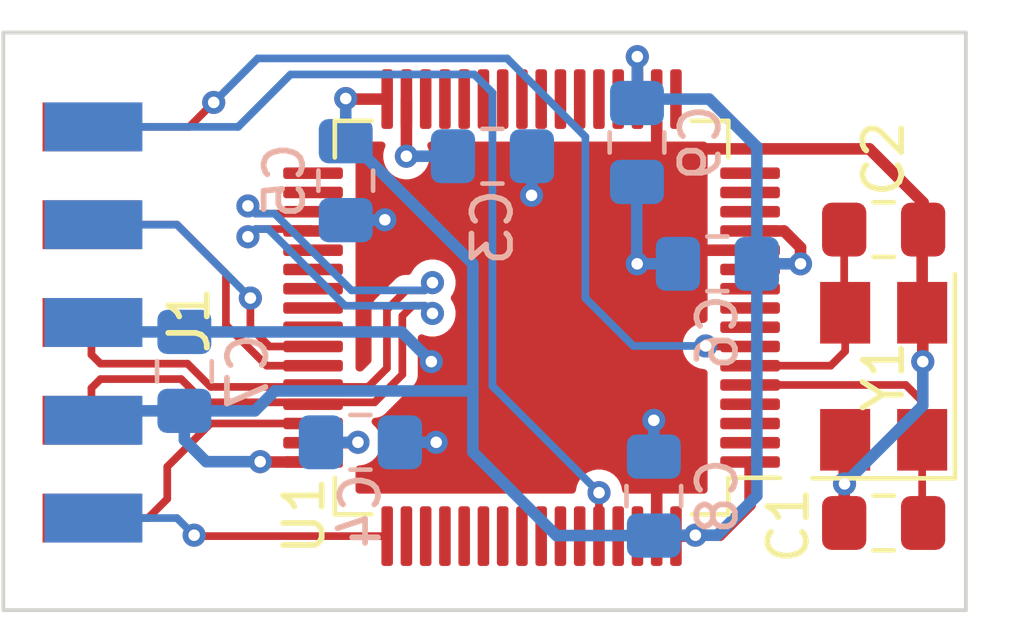
<source format=kicad_pcb>
(kicad_pcb (version 20171130) (host pcbnew 5.1.5)

  (general
    (thickness 1.6)
    (drawings 4)
    (tracks 199)
    (zones 0)
    (modules 12)
    (nets 56)
  )

  (page A4)
  (layers
    (0 F.Cu signal)
    (31 B.Cu signal)
    (32 B.Adhes user)
    (33 F.Adhes user)
    (34 B.Paste user)
    (35 F.Paste user)
    (36 B.SilkS user)
    (37 F.SilkS user)
    (38 B.Mask user)
    (39 F.Mask user)
    (40 Dwgs.User user)
    (41 Cmts.User user)
    (42 Eco1.User user)
    (43 Eco2.User user)
    (44 Edge.Cuts user)
    (45 Margin user)
    (46 B.CrtYd user)
    (47 F.CrtYd user)
    (48 B.Fab user)
    (49 F.Fab user)
  )

  (setup
    (last_trace_width 0.2)
    (trace_clearance 0.2)
    (zone_clearance 0.3)
    (zone_45_only no)
    (trace_min 0.2)
    (via_size 0.6)
    (via_drill 0.3)
    (via_min_size 0.4)
    (via_min_drill 0.3)
    (uvia_size 0.3)
    (uvia_drill 0.1)
    (uvias_allowed no)
    (uvia_min_size 0.2)
    (uvia_min_drill 0.1)
    (edge_width 0.1)
    (segment_width 0.2)
    (pcb_text_width 0.3)
    (pcb_text_size 1.5 1.5)
    (mod_edge_width 0.15)
    (mod_text_size 1 1)
    (mod_text_width 0.15)
    (pad_size 1.524 1.524)
    (pad_drill 0.762)
    (pad_to_mask_clearance 0.05)
    (solder_mask_min_width 0.15)
    (aux_axis_origin 32 42)
    (visible_elements FFFDFF7F)
    (pcbplotparams
      (layerselection 0x010fc_ffffffff)
      (usegerberextensions false)
      (usegerberattributes false)
      (usegerberadvancedattributes false)
      (creategerberjobfile false)
      (excludeedgelayer true)
      (linewidth 0.100000)
      (plotframeref false)
      (viasonmask false)
      (mode 1)
      (useauxorigin true)
      (hpglpennumber 1)
      (hpglpenspeed 20)
      (hpglpendiameter 15.000000)
      (psnegative false)
      (psa4output false)
      (plotreference true)
      (plotvalue true)
      (plotinvisibletext false)
      (padsonsilk false)
      (subtractmaskfromsilk false)
      (outputformat 1)
      (mirror false)
      (drillshape 0)
      (scaleselection 1)
      (outputdirectory "out64"))
  )

  (net 0 "")
  (net 1 "Net-(C1-Pad2)")
  (net 2 GND)
  (net 3 "Net-(C2-Pad2)")
  (net 4 +3V3)
  (net 5 /NRST)
  (net 6 /BOOT0)
  (net 7 /RX)
  (net 8 /TX)
  (net 9 /USB_D-)
  (net 10 /USB_D+)
  (net 11 /SWDIO)
  (net 12 /SWCLK)
  (net 13 "Net-(U1-Pad62)")
  (net 14 "Net-(U1-Pad61)")
  (net 15 "Net-(U1-Pad59)")
  (net 16 "Net-(U1-Pad58)")
  (net 17 "Net-(U1-Pad57)")
  (net 18 "Net-(U1-Pad56)")
  (net 19 "Net-(U1-Pad55)")
  (net 20 "Net-(U1-Pad54)")
  (net 21 "Net-(U1-Pad53)")
  (net 22 "Net-(U1-Pad52)")
  (net 23 "Net-(U1-Pad51)")
  (net 24 "Net-(U1-Pad50)")
  (net 25 "Net-(U1-Pad41)")
  (net 26 "Net-(U1-Pad40)")
  (net 27 "Net-(U1-Pad39)")
  (net 28 "Net-(U1-Pad38)")
  (net 29 "Net-(U1-Pad37)")
  (net 30 "Net-(U1-Pad34)")
  (net 31 "Net-(U1-Pad33)")
  (net 32 "Net-(U1-Pad30)")
  (net 33 "Net-(U1-Pad29)")
  (net 34 "Net-(U1-Pad28)")
  (net 35 "Net-(U1-Pad27)")
  (net 36 "Net-(U1-Pad26)")
  (net 37 "Net-(U1-Pad25)")
  (net 38 "Net-(U1-Pad24)")
  (net 39 "Net-(U1-Pad23)")
  (net 40 "Net-(U1-Pad22)")
  (net 41 "Net-(U1-Pad21)")
  (net 42 "Net-(U1-Pad20)")
  (net 43 "Net-(U1-Pad17)")
  (net 44 "Net-(U1-Pad16)")
  (net 45 "Net-(U1-Pad15)")
  (net 46 "Net-(U1-Pad14)")
  (net 47 "Net-(U1-Pad11)")
  (net 48 "Net-(U1-Pad10)")
  (net 49 "Net-(U1-Pad9)")
  (net 50 "Net-(U1-Pad8)")
  (net 51 "Net-(U1-Pad4)")
  (net 52 "Net-(U1-Pad3)")
  (net 53 "Net-(U1-Pad2)")
  (net 54 /VCAP_1)
  (net 55 /VCAP_2)

  (net_class Default "This is the default net class."
    (clearance 0.2)
    (trace_width 0.2)
    (via_dia 0.6)
    (via_drill 0.3)
    (uvia_dia 0.3)
    (uvia_drill 0.1)
    (diff_pair_width 0.2)
    (diff_pair_gap 0.2)
    (add_net /BOOT0)
    (add_net /NRST)
    (add_net /RX)
    (add_net /SWCLK)
    (add_net /SWDIO)
    (add_net /TX)
    (add_net /USB_D+)
    (add_net /USB_D-)
    (add_net "Net-(C1-Pad2)")
    (add_net "Net-(C2-Pad2)")
    (add_net "Net-(U1-Pad10)")
    (add_net "Net-(U1-Pad11)")
    (add_net "Net-(U1-Pad14)")
    (add_net "Net-(U1-Pad15)")
    (add_net "Net-(U1-Pad16)")
    (add_net "Net-(U1-Pad17)")
    (add_net "Net-(U1-Pad2)")
    (add_net "Net-(U1-Pad20)")
    (add_net "Net-(U1-Pad21)")
    (add_net "Net-(U1-Pad22)")
    (add_net "Net-(U1-Pad23)")
    (add_net "Net-(U1-Pad24)")
    (add_net "Net-(U1-Pad25)")
    (add_net "Net-(U1-Pad26)")
    (add_net "Net-(U1-Pad27)")
    (add_net "Net-(U1-Pad28)")
    (add_net "Net-(U1-Pad29)")
    (add_net "Net-(U1-Pad3)")
    (add_net "Net-(U1-Pad30)")
    (add_net "Net-(U1-Pad33)")
    (add_net "Net-(U1-Pad34)")
    (add_net "Net-(U1-Pad37)")
    (add_net "Net-(U1-Pad38)")
    (add_net "Net-(U1-Pad39)")
    (add_net "Net-(U1-Pad4)")
    (add_net "Net-(U1-Pad40)")
    (add_net "Net-(U1-Pad41)")
    (add_net "Net-(U1-Pad50)")
    (add_net "Net-(U1-Pad51)")
    (add_net "Net-(U1-Pad52)")
    (add_net "Net-(U1-Pad53)")
    (add_net "Net-(U1-Pad54)")
    (add_net "Net-(U1-Pad55)")
    (add_net "Net-(U1-Pad56)")
    (add_net "Net-(U1-Pad57)")
    (add_net "Net-(U1-Pad58)")
    (add_net "Net-(U1-Pad59)")
    (add_net "Net-(U1-Pad61)")
    (add_net "Net-(U1-Pad62)")
    (add_net "Net-(U1-Pad8)")
    (add_net "Net-(U1-Pad9)")
  )

  (net_class Power ""
    (clearance 0.2)
    (trace_width 0.3)
    (via_dia 0.6)
    (via_drill 0.3)
    (uvia_dia 0.3)
    (uvia_drill 0.1)
    (diff_pair_width 0.2)
    (diff_pair_gap 0.2)
    (add_net +3V3)
    (add_net /VCAP_1)
    (add_net /VCAP_2)
    (add_net GND)
  )

  (module Crystal:Crystal_SMD_5032-4Pin_5.0x3.2mm (layer F.Cu) (tedit 5A0FD1B2) (tstamp 5E4E4E67)
    (at 54.864 50.927 90)
    (descr "SMD Crystal SERIES SMD2520/4 http://www.icbase.com/File/PDF/HKC/HKC00061008.pdf, 5.0x3.2mm^2 package")
    (tags "SMD SMT crystal")
    (path /5E45E0AA)
    (attr smd)
    (fp_text reference Y1 (at 0 0 270) (layer F.SilkS)
      (effects (font (size 1 1) (thickness 0.15)))
    )
    (fp_text value 8MHz (at 0 2.8 90) (layer F.Fab)
      (effects (font (size 1 1) (thickness 0.15)))
    )
    (fp_line (start 2.8 -1.9) (end -2.8 -1.9) (layer F.CrtYd) (width 0.05))
    (fp_line (start 2.8 1.9) (end 2.8 -1.9) (layer F.CrtYd) (width 0.05))
    (fp_line (start -2.8 1.9) (end 2.8 1.9) (layer F.CrtYd) (width 0.05))
    (fp_line (start -2.8 -1.9) (end -2.8 1.9) (layer F.CrtYd) (width 0.05))
    (fp_line (start -2.65 1.85) (end 2.65 1.85) (layer F.SilkS) (width 0.12))
    (fp_line (start -2.65 -1.85) (end -2.65 1.85) (layer F.SilkS) (width 0.12))
    (fp_line (start -2.5 0.6) (end -1.5 1.6) (layer F.Fab) (width 0.1))
    (fp_line (start -2.5 -1.4) (end -2.3 -1.6) (layer F.Fab) (width 0.1))
    (fp_line (start -2.5 1.4) (end -2.5 -1.4) (layer F.Fab) (width 0.1))
    (fp_line (start -2.3 1.6) (end -2.5 1.4) (layer F.Fab) (width 0.1))
    (fp_line (start 2.3 1.6) (end -2.3 1.6) (layer F.Fab) (width 0.1))
    (fp_line (start 2.5 1.4) (end 2.3 1.6) (layer F.Fab) (width 0.1))
    (fp_line (start 2.5 -1.4) (end 2.5 1.4) (layer F.Fab) (width 0.1))
    (fp_line (start 2.3 -1.6) (end 2.5 -1.4) (layer F.Fab) (width 0.1))
    (fp_line (start -2.3 -1.6) (end 2.3 -1.6) (layer F.Fab) (width 0.1))
    (fp_text user %R (at 0 0 90) (layer F.Fab)
      (effects (font (size 1 1) (thickness 0.15)))
    )
    (pad 4 smd rect (at -1.65 -1 90) (size 1.6 1.3) (layers F.Cu F.Paste F.Mask)
      (net 2 GND))
    (pad 3 smd rect (at 1.65 -1 90) (size 1.6 1.3) (layers F.Cu F.Paste F.Mask)
      (net 3 "Net-(C2-Pad2)"))
    (pad 2 smd rect (at 1.65 1 90) (size 1.6 1.3) (layers F.Cu F.Paste F.Mask)
      (net 2 GND))
    (pad 1 smd rect (at -1.65 1 90) (size 1.6 1.3) (layers F.Cu F.Paste F.Mask)
      (net 1 "Net-(C1-Pad2)"))
    (model ${KISYS3DMOD}/Crystal.3dshapes/Crystal_SMD_5032-4Pin_5.0x3.2mm.wrl
      (at (xyz 0 0 0))
      (scale (xyz 1 1 1))
      (rotate (xyz 0 0 0))
    )
  )

  (module Package_QFP:LQFP-64_10x10mm_P0.5mm locked (layer F.Cu) (tedit 5D9F72AF) (tstamp 5E4E1554)
    (at 45.72 49.403 180)
    (descr "LQFP, 64 Pin (https://www.analog.com/media/en/technical-documentation/data-sheets/ad7606_7606-6_7606-4.pdf), generated with kicad-footprint-generator ipc_gullwing_generator.py")
    (tags "LQFP QFP")
    (path /5E4DB83C)
    (attr smd)
    (fp_text reference U1 (at 5.9055 -5.1435 90) (layer F.SilkS)
      (effects (font (size 1 1) (thickness 0.15)))
    )
    (fp_text value STM32F405RGTx (at 0 7.4) (layer F.Fab)
      (effects (font (size 1 1) (thickness 0.15)))
    )
    (fp_text user %R (at 0 0) (layer F.Fab)
      (effects (font (size 1 1) (thickness 0.15)))
    )
    (fp_line (start 6.7 4.15) (end 6.7 0) (layer F.CrtYd) (width 0.05))
    (fp_line (start 5.25 4.15) (end 6.7 4.15) (layer F.CrtYd) (width 0.05))
    (fp_line (start 5.25 5.25) (end 5.25 4.15) (layer F.CrtYd) (width 0.05))
    (fp_line (start 4.15 5.25) (end 5.25 5.25) (layer F.CrtYd) (width 0.05))
    (fp_line (start 4.15 6.7) (end 4.15 5.25) (layer F.CrtYd) (width 0.05))
    (fp_line (start 0 6.7) (end 4.15 6.7) (layer F.CrtYd) (width 0.05))
    (fp_line (start -6.7 4.15) (end -6.7 0) (layer F.CrtYd) (width 0.05))
    (fp_line (start -5.25 4.15) (end -6.7 4.15) (layer F.CrtYd) (width 0.05))
    (fp_line (start -5.25 5.25) (end -5.25 4.15) (layer F.CrtYd) (width 0.05))
    (fp_line (start -4.15 5.25) (end -5.25 5.25) (layer F.CrtYd) (width 0.05))
    (fp_line (start -4.15 6.7) (end -4.15 5.25) (layer F.CrtYd) (width 0.05))
    (fp_line (start 0 6.7) (end -4.15 6.7) (layer F.CrtYd) (width 0.05))
    (fp_line (start 6.7 -4.15) (end 6.7 0) (layer F.CrtYd) (width 0.05))
    (fp_line (start 5.25 -4.15) (end 6.7 -4.15) (layer F.CrtYd) (width 0.05))
    (fp_line (start 5.25 -5.25) (end 5.25 -4.15) (layer F.CrtYd) (width 0.05))
    (fp_line (start 4.15 -5.25) (end 5.25 -5.25) (layer F.CrtYd) (width 0.05))
    (fp_line (start 4.15 -6.7) (end 4.15 -5.25) (layer F.CrtYd) (width 0.05))
    (fp_line (start 0 -6.7) (end 4.15 -6.7) (layer F.CrtYd) (width 0.05))
    (fp_line (start -6.7 -4.15) (end -6.7 0) (layer F.CrtYd) (width 0.05))
    (fp_line (start -5.25 -4.15) (end -6.7 -4.15) (layer F.CrtYd) (width 0.05))
    (fp_line (start -5.25 -5.25) (end -5.25 -4.15) (layer F.CrtYd) (width 0.05))
    (fp_line (start -4.15 -5.25) (end -5.25 -5.25) (layer F.CrtYd) (width 0.05))
    (fp_line (start -4.15 -6.7) (end -4.15 -5.25) (layer F.CrtYd) (width 0.05))
    (fp_line (start 0 -6.7) (end -4.15 -6.7) (layer F.CrtYd) (width 0.05))
    (fp_line (start -5 -4) (end -4 -5) (layer F.Fab) (width 0.1))
    (fp_line (start -5 5) (end -5 -4) (layer F.Fab) (width 0.1))
    (fp_line (start 5 5) (end -5 5) (layer F.Fab) (width 0.1))
    (fp_line (start 5 -5) (end 5 5) (layer F.Fab) (width 0.1))
    (fp_line (start -4 -5) (end 5 -5) (layer F.Fab) (width 0.1))
    (fp_line (start -5.11 -4.16) (end -6.45 -4.16) (layer F.SilkS) (width 0.12))
    (fp_line (start -5.11 -5.11) (end -5.11 -4.16) (layer F.SilkS) (width 0.12))
    (fp_line (start -4.16 -5.11) (end -5.11 -5.11) (layer F.SilkS) (width 0.12))
    (fp_line (start 5.11 -5.11) (end 5.11 -4.16) (layer F.SilkS) (width 0.12))
    (fp_line (start 4.16 -5.11) (end 5.11 -5.11) (layer F.SilkS) (width 0.12))
    (fp_line (start -5.11 5.11) (end -5.11 4.16) (layer F.SilkS) (width 0.12))
    (fp_line (start -4.16 5.11) (end -5.11 5.11) (layer F.SilkS) (width 0.12))
    (fp_line (start 5.11 5.11) (end 5.11 4.16) (layer F.SilkS) (width 0.12))
    (fp_line (start 4.16 5.11) (end 5.11 5.11) (layer F.SilkS) (width 0.12))
    (pad 64 smd roundrect (at -3.75 -5.675 180) (size 0.3 1.55) (layers F.Cu F.Paste F.Mask) (roundrect_rratio 0.25)
      (net 4 +3V3))
    (pad 63 smd roundrect (at -3.25 -5.675 180) (size 0.3 1.55) (layers F.Cu F.Paste F.Mask) (roundrect_rratio 0.25)
      (net 2 GND))
    (pad 62 smd roundrect (at -2.75 -5.675 180) (size 0.3 1.55) (layers F.Cu F.Paste F.Mask) (roundrect_rratio 0.25)
      (net 13 "Net-(U1-Pad62)"))
    (pad 61 smd roundrect (at -2.25 -5.675 180) (size 0.3 1.55) (layers F.Cu F.Paste F.Mask) (roundrect_rratio 0.25)
      (net 14 "Net-(U1-Pad61)"))
    (pad 60 smd roundrect (at -1.75 -5.675 180) (size 0.3 1.55) (layers F.Cu F.Paste F.Mask) (roundrect_rratio 0.25)
      (net 6 /BOOT0))
    (pad 59 smd roundrect (at -1.25 -5.675 180) (size 0.3 1.55) (layers F.Cu F.Paste F.Mask) (roundrect_rratio 0.25)
      (net 15 "Net-(U1-Pad59)"))
    (pad 58 smd roundrect (at -0.75 -5.675 180) (size 0.3 1.55) (layers F.Cu F.Paste F.Mask) (roundrect_rratio 0.25)
      (net 16 "Net-(U1-Pad58)"))
    (pad 57 smd roundrect (at -0.25 -5.675 180) (size 0.3 1.55) (layers F.Cu F.Paste F.Mask) (roundrect_rratio 0.25)
      (net 17 "Net-(U1-Pad57)"))
    (pad 56 smd roundrect (at 0.25 -5.675 180) (size 0.3 1.55) (layers F.Cu F.Paste F.Mask) (roundrect_rratio 0.25)
      (net 18 "Net-(U1-Pad56)"))
    (pad 55 smd roundrect (at 0.75 -5.675 180) (size 0.3 1.55) (layers F.Cu F.Paste F.Mask) (roundrect_rratio 0.25)
      (net 19 "Net-(U1-Pad55)"))
    (pad 54 smd roundrect (at 1.25 -5.675 180) (size 0.3 1.55) (layers F.Cu F.Paste F.Mask) (roundrect_rratio 0.25)
      (net 20 "Net-(U1-Pad54)"))
    (pad 53 smd roundrect (at 1.75 -5.675 180) (size 0.3 1.55) (layers F.Cu F.Paste F.Mask) (roundrect_rratio 0.25)
      (net 21 "Net-(U1-Pad53)"))
    (pad 52 smd roundrect (at 2.25 -5.675 180) (size 0.3 1.55) (layers F.Cu F.Paste F.Mask) (roundrect_rratio 0.25)
      (net 22 "Net-(U1-Pad52)"))
    (pad 51 smd roundrect (at 2.75 -5.675 180) (size 0.3 1.55) (layers F.Cu F.Paste F.Mask) (roundrect_rratio 0.25)
      (net 23 "Net-(U1-Pad51)"))
    (pad 50 smd roundrect (at 3.25 -5.675 180) (size 0.3 1.55) (layers F.Cu F.Paste F.Mask) (roundrect_rratio 0.25)
      (net 24 "Net-(U1-Pad50)"))
    (pad 49 smd roundrect (at 3.75 -5.675 180) (size 0.3 1.55) (layers F.Cu F.Paste F.Mask) (roundrect_rratio 0.25)
      (net 12 /SWCLK))
    (pad 48 smd roundrect (at 5.675 -3.75 180) (size 1.55 0.3) (layers F.Cu F.Paste F.Mask) (roundrect_rratio 0.25)
      (net 4 +3V3))
    (pad 47 smd roundrect (at 5.675 -3.25 180) (size 1.55 0.3) (layers F.Cu F.Paste F.Mask) (roundrect_rratio 0.25)
      (net 55 /VCAP_2))
    (pad 46 smd roundrect (at 5.675 -2.75 180) (size 1.55 0.3) (layers F.Cu F.Paste F.Mask) (roundrect_rratio 0.25)
      (net 11 /SWDIO))
    (pad 45 smd roundrect (at 5.675 -2.25 180) (size 1.55 0.3) (layers F.Cu F.Paste F.Mask) (roundrect_rratio 0.25)
      (net 10 /USB_D+))
    (pad 44 smd roundrect (at 5.675 -1.75 180) (size 1.55 0.3) (layers F.Cu F.Paste F.Mask) (roundrect_rratio 0.25)
      (net 9 /USB_D-))
    (pad 43 smd roundrect (at 5.675 -1.25 180) (size 1.55 0.3) (layers F.Cu F.Paste F.Mask) (roundrect_rratio 0.25)
      (net 7 /RX))
    (pad 42 smd roundrect (at 5.675 -0.75 180) (size 1.55 0.3) (layers F.Cu F.Paste F.Mask) (roundrect_rratio 0.25)
      (net 8 /TX))
    (pad 41 smd roundrect (at 5.675 -0.25 180) (size 1.55 0.3) (layers F.Cu F.Paste F.Mask) (roundrect_rratio 0.25)
      (net 25 "Net-(U1-Pad41)"))
    (pad 40 smd roundrect (at 5.675 0.25 180) (size 1.55 0.3) (layers F.Cu F.Paste F.Mask) (roundrect_rratio 0.25)
      (net 26 "Net-(U1-Pad40)"))
    (pad 39 smd roundrect (at 5.675 0.75 180) (size 1.55 0.3) (layers F.Cu F.Paste F.Mask) (roundrect_rratio 0.25)
      (net 27 "Net-(U1-Pad39)"))
    (pad 38 smd roundrect (at 5.675 1.25 180) (size 1.55 0.3) (layers F.Cu F.Paste F.Mask) (roundrect_rratio 0.25)
      (net 28 "Net-(U1-Pad38)"))
    (pad 37 smd roundrect (at 5.675 1.75 180) (size 1.55 0.3) (layers F.Cu F.Paste F.Mask) (roundrect_rratio 0.25)
      (net 29 "Net-(U1-Pad37)"))
    (pad 36 smd roundrect (at 5.675 2.25 180) (size 1.55 0.3) (layers F.Cu F.Paste F.Mask) (roundrect_rratio 0.25)
      (net 10 /USB_D+))
    (pad 35 smd roundrect (at 5.675 2.75 180) (size 1.55 0.3) (layers F.Cu F.Paste F.Mask) (roundrect_rratio 0.25)
      (net 9 /USB_D-))
    (pad 34 smd roundrect (at 5.675 3.25 180) (size 1.55 0.3) (layers F.Cu F.Paste F.Mask) (roundrect_rratio 0.25)
      (net 30 "Net-(U1-Pad34)"))
    (pad 33 smd roundrect (at 5.675 3.75 180) (size 1.55 0.3) (layers F.Cu F.Paste F.Mask) (roundrect_rratio 0.25)
      (net 31 "Net-(U1-Pad33)"))
    (pad 32 smd roundrect (at 3.75 5.675 180) (size 0.3 1.55) (layers F.Cu F.Paste F.Mask) (roundrect_rratio 0.25)
      (net 4 +3V3))
    (pad 31 smd roundrect (at 3.25 5.675 180) (size 0.3 1.55) (layers F.Cu F.Paste F.Mask) (roundrect_rratio 0.25)
      (net 54 /VCAP_1))
    (pad 30 smd roundrect (at 2.75 5.675 180) (size 0.3 1.55) (layers F.Cu F.Paste F.Mask) (roundrect_rratio 0.25)
      (net 32 "Net-(U1-Pad30)"))
    (pad 29 smd roundrect (at 2.25 5.675 180) (size 0.3 1.55) (layers F.Cu F.Paste F.Mask) (roundrect_rratio 0.25)
      (net 33 "Net-(U1-Pad29)"))
    (pad 28 smd roundrect (at 1.75 5.675 180) (size 0.3 1.55) (layers F.Cu F.Paste F.Mask) (roundrect_rratio 0.25)
      (net 34 "Net-(U1-Pad28)"))
    (pad 27 smd roundrect (at 1.25 5.675 180) (size 0.3 1.55) (layers F.Cu F.Paste F.Mask) (roundrect_rratio 0.25)
      (net 35 "Net-(U1-Pad27)"))
    (pad 26 smd roundrect (at 0.75 5.675 180) (size 0.3 1.55) (layers F.Cu F.Paste F.Mask) (roundrect_rratio 0.25)
      (net 36 "Net-(U1-Pad26)"))
    (pad 25 smd roundrect (at 0.25 5.675 180) (size 0.3 1.55) (layers F.Cu F.Paste F.Mask) (roundrect_rratio 0.25)
      (net 37 "Net-(U1-Pad25)"))
    (pad 24 smd roundrect (at -0.25 5.675 180) (size 0.3 1.55) (layers F.Cu F.Paste F.Mask) (roundrect_rratio 0.25)
      (net 38 "Net-(U1-Pad24)"))
    (pad 23 smd roundrect (at -0.75 5.675 180) (size 0.3 1.55) (layers F.Cu F.Paste F.Mask) (roundrect_rratio 0.25)
      (net 39 "Net-(U1-Pad23)"))
    (pad 22 smd roundrect (at -1.25 5.675 180) (size 0.3 1.55) (layers F.Cu F.Paste F.Mask) (roundrect_rratio 0.25)
      (net 40 "Net-(U1-Pad22)"))
    (pad 21 smd roundrect (at -1.75 5.675 180) (size 0.3 1.55) (layers F.Cu F.Paste F.Mask) (roundrect_rratio 0.25)
      (net 41 "Net-(U1-Pad21)"))
    (pad 20 smd roundrect (at -2.25 5.675 180) (size 0.3 1.55) (layers F.Cu F.Paste F.Mask) (roundrect_rratio 0.25)
      (net 42 "Net-(U1-Pad20)"))
    (pad 19 smd roundrect (at -2.75 5.675 180) (size 0.3 1.55) (layers F.Cu F.Paste F.Mask) (roundrect_rratio 0.25)
      (net 4 +3V3))
    (pad 18 smd roundrect (at -3.25 5.675 180) (size 0.3 1.55) (layers F.Cu F.Paste F.Mask) (roundrect_rratio 0.25)
      (net 2 GND))
    (pad 17 smd roundrect (at -3.75 5.675 180) (size 0.3 1.55) (layers F.Cu F.Paste F.Mask) (roundrect_rratio 0.25)
      (net 43 "Net-(U1-Pad17)"))
    (pad 16 smd roundrect (at -5.675 3.75 180) (size 1.55 0.3) (layers F.Cu F.Paste F.Mask) (roundrect_rratio 0.25)
      (net 44 "Net-(U1-Pad16)"))
    (pad 15 smd roundrect (at -5.675 3.25 180) (size 1.55 0.3) (layers F.Cu F.Paste F.Mask) (roundrect_rratio 0.25)
      (net 45 "Net-(U1-Pad15)"))
    (pad 14 smd roundrect (at -5.675 2.75 180) (size 1.55 0.3) (layers F.Cu F.Paste F.Mask) (roundrect_rratio 0.25)
      (net 46 "Net-(U1-Pad14)"))
    (pad 13 smd roundrect (at -5.675 2.25 180) (size 1.55 0.3) (layers F.Cu F.Paste F.Mask) (roundrect_rratio 0.25)
      (net 4 +3V3))
    (pad 12 smd roundrect (at -5.675 1.75 180) (size 1.55 0.3) (layers F.Cu F.Paste F.Mask) (roundrect_rratio 0.25)
      (net 2 GND))
    (pad 11 smd roundrect (at -5.675 1.25 180) (size 1.55 0.3) (layers F.Cu F.Paste F.Mask) (roundrect_rratio 0.25)
      (net 47 "Net-(U1-Pad11)"))
    (pad 10 smd roundrect (at -5.675 0.75 180) (size 1.55 0.3) (layers F.Cu F.Paste F.Mask) (roundrect_rratio 0.25)
      (net 48 "Net-(U1-Pad10)"))
    (pad 9 smd roundrect (at -5.675 0.25 180) (size 1.55 0.3) (layers F.Cu F.Paste F.Mask) (roundrect_rratio 0.25)
      (net 49 "Net-(U1-Pad9)"))
    (pad 8 smd roundrect (at -5.675 -0.25 180) (size 1.55 0.3) (layers F.Cu F.Paste F.Mask) (roundrect_rratio 0.25)
      (net 50 "Net-(U1-Pad8)"))
    (pad 7 smd roundrect (at -5.675 -0.75 180) (size 1.55 0.3) (layers F.Cu F.Paste F.Mask) (roundrect_rratio 0.25)
      (net 5 /NRST))
    (pad 6 smd roundrect (at -5.675 -1.25 180) (size 1.55 0.3) (layers F.Cu F.Paste F.Mask) (roundrect_rratio 0.25)
      (net 3 "Net-(C2-Pad2)"))
    (pad 5 smd roundrect (at -5.675 -1.75 180) (size 1.55 0.3) (layers F.Cu F.Paste F.Mask) (roundrect_rratio 0.25)
      (net 1 "Net-(C1-Pad2)"))
    (pad 4 smd roundrect (at -5.675 -2.25 180) (size 1.55 0.3) (layers F.Cu F.Paste F.Mask) (roundrect_rratio 0.25)
      (net 51 "Net-(U1-Pad4)"))
    (pad 3 smd roundrect (at -5.675 -2.75 180) (size 1.55 0.3) (layers F.Cu F.Paste F.Mask) (roundrect_rratio 0.25)
      (net 52 "Net-(U1-Pad3)"))
    (pad 2 smd roundrect (at -5.675 -3.25 180) (size 1.55 0.3) (layers F.Cu F.Paste F.Mask) (roundrect_rratio 0.25)
      (net 53 "Net-(U1-Pad2)"))
    (pad 1 smd roundrect (at -5.675 -3.75 180) (size 1.55 0.3) (layers F.Cu F.Paste F.Mask) (roundrect_rratio 0.25)
      (net 4 +3V3))
    (model ${KISYS3DMOD}/Package_QFP.3dshapes/LQFP-64_10x10mm_P0.5mm.wrl
      (at (xyz 0 0 0))
      (scale (xyz 1 1 1))
      (rotate (xyz 0 0 0))
    )
  )

  (module unsorted:BH-10-Edge (layer F.Cu) (tedit 5E45D04B) (tstamp 5E5433F2)
    (at 34.29 49.53 270)
    (path /5E458FD1)
    (fp_text reference J1 (at -0.0635 -2.54 90) (layer F.SilkS)
      (effects (font (size 1 1) (thickness 0.15)))
    )
    (fp_text value Target (at 0 -3.2 90) (layer F.Fab)
      (effects (font (size 1 1) (thickness 0.15)))
    )
    (fp_line (start -5.715 -2.3) (end 5.715 -2.3) (layer B.Fab) (width 0.15))
    (fp_line (start -5.715 -2.3) (end 5.715 -2.3) (layer F.Fab) (width 0.15))
    (fp_line (start -5.715 2.3) (end 5.715 2.3) (layer F.Fab) (width 0.15))
    (fp_line (start 5.715 2.3) (end -5.715 2.3) (layer B.Fab) (width 0.15))
    (pad 1 smd rect (at -5.08 0 270) (size 1.27 2.54) (layers F.Cu F.Paste F.Mask)
      (net 5 /NRST))
    (pad 2 smd rect (at -5.08 -0.052948 270) (size 1.27 2.54) (layers B.Cu B.Paste B.Mask)
      (net 6 /BOOT0))
    (pad 3 smd rect (at -2.54 0 270) (size 1.27 2.54) (layers F.Cu F.Paste F.Mask)
      (net 7 /RX))
    (pad 4 smd rect (at -2.54 -0.052948 270) (size 1.27 2.54) (layers B.Cu B.Paste B.Mask)
      (net 8 /TX))
    (pad 5 smd rect (at 0 0 270) (size 1.27 2.54) (layers F.Cu F.Paste F.Mask)
      (net 9 /USB_D-))
    (pad 6 smd rect (at 0 -0.052948 270) (size 1.27 2.54) (layers B.Cu B.Paste B.Mask)
      (net 2 GND))
    (pad 7 smd rect (at 2.54 0 270) (size 1.27 2.54) (layers F.Cu F.Paste F.Mask)
      (net 10 /USB_D+))
    (pad 8 smd rect (at 2.54 -0.052948 270) (size 1.27 2.54) (layers B.Cu B.Paste B.Mask)
      (net 4 +3V3))
    (pad 9 smd rect (at 5.08 0 270) (size 1.27 2.54) (layers F.Cu F.Paste F.Mask)
      (net 11 /SWDIO))
    (pad 10 smd rect (at 5.08 -0.052948 270) (size 1.27 2.54) (layers B.Cu B.Paste B.Mask)
      (net 12 /SWCLK))
  )

  (module Capacitor_SMD:C_0805_2012Metric_Pad1.15x1.40mm_HandSolder (layer B.Cu) (tedit 5B36C52B) (tstamp 5E4DFD5E)
    (at 48.45812 44.85524 270)
    (descr "Capacitor SMD 0805 (2012 Metric), square (rectangular) end terminal, IPC_7351 nominal with elongated pad for handsoldering. (Body size source: https://docs.google.com/spreadsheets/d/1BsfQQcO9C6DZCsRaXUlFlo91Tg2WpOkGARC1WS5S8t0/edit?usp=sharing), generated with kicad-footprint-generator")
    (tags "capacitor handsolder")
    (path /5E519F74)
    (attr smd)
    (fp_text reference C9 (at 0 -1.64338 90) (layer B.SilkS)
      (effects (font (size 1 1) (thickness 0.15)) (justify mirror))
    )
    (fp_text value 100nF (at 0 -1.65 90) (layer B.Fab)
      (effects (font (size 1 1) (thickness 0.15)) (justify mirror))
    )
    (fp_text user %R (at 0 0 90) (layer B.Fab)
      (effects (font (size 0.5 0.5) (thickness 0.08)) (justify mirror))
    )
    (fp_line (start 1.85 -0.95) (end -1.85 -0.95) (layer B.CrtYd) (width 0.05))
    (fp_line (start 1.85 0.95) (end 1.85 -0.95) (layer B.CrtYd) (width 0.05))
    (fp_line (start -1.85 0.95) (end 1.85 0.95) (layer B.CrtYd) (width 0.05))
    (fp_line (start -1.85 -0.95) (end -1.85 0.95) (layer B.CrtYd) (width 0.05))
    (fp_line (start -0.261252 -0.71) (end 0.261252 -0.71) (layer B.SilkS) (width 0.12))
    (fp_line (start -0.261252 0.71) (end 0.261252 0.71) (layer B.SilkS) (width 0.12))
    (fp_line (start 1 -0.6) (end -1 -0.6) (layer B.Fab) (width 0.1))
    (fp_line (start 1 0.6) (end 1 -0.6) (layer B.Fab) (width 0.1))
    (fp_line (start -1 0.6) (end 1 0.6) (layer B.Fab) (width 0.1))
    (fp_line (start -1 -0.6) (end -1 0.6) (layer B.Fab) (width 0.1))
    (pad 2 smd roundrect (at 1.025 0 270) (size 1.15 1.4) (layers B.Cu B.Paste B.Mask) (roundrect_rratio 0.217391)
      (net 2 GND))
    (pad 1 smd roundrect (at -1.025 0 270) (size 1.15 1.4) (layers B.Cu B.Paste B.Mask) (roundrect_rratio 0.217391)
      (net 4 +3V3))
    (model ${KISYS3DMOD}/Capacitor_SMD.3dshapes/C_0805_2012Metric.wrl
      (at (xyz 0 0 0))
      (scale (xyz 1 1 1))
      (rotate (xyz 0 0 0))
    )
  )

  (module Capacitor_SMD:C_0805_2012Metric_Pad1.15x1.40mm_HandSolder (layer B.Cu) (tedit 5B36C52B) (tstamp 5E4DFD4D)
    (at 48.895 54.0385 90)
    (descr "Capacitor SMD 0805 (2012 Metric), square (rectangular) end terminal, IPC_7351 nominal with elongated pad for handsoldering. (Body size source: https://docs.google.com/spreadsheets/d/1BsfQQcO9C6DZCsRaXUlFlo91Tg2WpOkGARC1WS5S8t0/edit?usp=sharing), generated with kicad-footprint-generator")
    (tags "capacitor handsolder")
    (path /5E4E274A)
    (attr smd)
    (fp_text reference C8 (at 0 1.65 90) (layer B.SilkS)
      (effects (font (size 1 1) (thickness 0.15)) (justify mirror))
    )
    (fp_text value 100nF (at 0 -1.65 90) (layer B.Fab)
      (effects (font (size 1 1) (thickness 0.15)) (justify mirror))
    )
    (fp_text user %R (at 0 0 90) (layer B.Fab)
      (effects (font (size 0.5 0.5) (thickness 0.08)) (justify mirror))
    )
    (fp_line (start 1.85 -0.95) (end -1.85 -0.95) (layer B.CrtYd) (width 0.05))
    (fp_line (start 1.85 0.95) (end 1.85 -0.95) (layer B.CrtYd) (width 0.05))
    (fp_line (start -1.85 0.95) (end 1.85 0.95) (layer B.CrtYd) (width 0.05))
    (fp_line (start -1.85 -0.95) (end -1.85 0.95) (layer B.CrtYd) (width 0.05))
    (fp_line (start -0.261252 -0.71) (end 0.261252 -0.71) (layer B.SilkS) (width 0.12))
    (fp_line (start -0.261252 0.71) (end 0.261252 0.71) (layer B.SilkS) (width 0.12))
    (fp_line (start 1 -0.6) (end -1 -0.6) (layer B.Fab) (width 0.1))
    (fp_line (start 1 0.6) (end 1 -0.6) (layer B.Fab) (width 0.1))
    (fp_line (start -1 0.6) (end 1 0.6) (layer B.Fab) (width 0.1))
    (fp_line (start -1 -0.6) (end -1 0.6) (layer B.Fab) (width 0.1))
    (pad 2 smd roundrect (at 1.025 0 90) (size 1.15 1.4) (layers B.Cu B.Paste B.Mask) (roundrect_rratio 0.217391)
      (net 2 GND))
    (pad 1 smd roundrect (at -1.025 0 90) (size 1.15 1.4) (layers B.Cu B.Paste B.Mask) (roundrect_rratio 0.217391)
      (net 4 +3V3))
    (model ${KISYS3DMOD}/Capacitor_SMD.3dshapes/C_0805_2012Metric.wrl
      (at (xyz 0 0 0))
      (scale (xyz 1 1 1))
      (rotate (xyz 0 0 0))
    )
  )

  (module Capacitor_SMD:C_0805_2012Metric_Pad1.15x1.40mm_HandSolder (layer B.Cu) (tedit 5B36C52B) (tstamp 5E543569)
    (at 36.703 50.8 90)
    (descr "Capacitor SMD 0805 (2012 Metric), square (rectangular) end terminal, IPC_7351 nominal with elongated pad for handsoldering. (Body size source: https://docs.google.com/spreadsheets/d/1BsfQQcO9C6DZCsRaXUlFlo91Tg2WpOkGARC1WS5S8t0/edit?usp=sharing), generated with kicad-footprint-generator")
    (tags "capacitor handsolder")
    (path /5E4E2682)
    (attr smd)
    (fp_text reference C7 (at 0 1.65 270) (layer B.SilkS)
      (effects (font (size 1 1) (thickness 0.15)) (justify mirror))
    )
    (fp_text value 100nF (at 0 -1.65 270) (layer B.Fab)
      (effects (font (size 1 1) (thickness 0.15)) (justify mirror))
    )
    (fp_text user %R (at 0 0 270) (layer B.Fab)
      (effects (font (size 0.5 0.5) (thickness 0.08)) (justify mirror))
    )
    (fp_line (start 1.85 -0.95) (end -1.85 -0.95) (layer B.CrtYd) (width 0.05))
    (fp_line (start 1.85 0.95) (end 1.85 -0.95) (layer B.CrtYd) (width 0.05))
    (fp_line (start -1.85 0.95) (end 1.85 0.95) (layer B.CrtYd) (width 0.05))
    (fp_line (start -1.85 -0.95) (end -1.85 0.95) (layer B.CrtYd) (width 0.05))
    (fp_line (start -0.261252 -0.71) (end 0.261252 -0.71) (layer B.SilkS) (width 0.12))
    (fp_line (start -0.261252 0.71) (end 0.261252 0.71) (layer B.SilkS) (width 0.12))
    (fp_line (start 1 -0.6) (end -1 -0.6) (layer B.Fab) (width 0.1))
    (fp_line (start 1 0.6) (end 1 -0.6) (layer B.Fab) (width 0.1))
    (fp_line (start -1 0.6) (end 1 0.6) (layer B.Fab) (width 0.1))
    (fp_line (start -1 -0.6) (end -1 0.6) (layer B.Fab) (width 0.1))
    (pad 2 smd roundrect (at 1.025 0 90) (size 1.15 1.4) (layers B.Cu B.Paste B.Mask) (roundrect_rratio 0.217391)
      (net 2 GND))
    (pad 1 smd roundrect (at -1.025 0 90) (size 1.15 1.4) (layers B.Cu B.Paste B.Mask) (roundrect_rratio 0.217391)
      (net 4 +3V3))
    (model ${KISYS3DMOD}/Capacitor_SMD.3dshapes/C_0805_2012Metric.wrl
      (at (xyz 0 0 0))
      (scale (xyz 1 1 1))
      (rotate (xyz 0 0 0))
    )
  )

  (module Capacitor_SMD:C_0805_2012Metric_Pad1.15x1.40mm_HandSolder (layer B.Cu) (tedit 5B36C52B) (tstamp 5E546921)
    (at 50.546 48.006 180)
    (descr "Capacitor SMD 0805 (2012 Metric), square (rectangular) end terminal, IPC_7351 nominal with elongated pad for handsoldering. (Body size source: https://docs.google.com/spreadsheets/d/1BsfQQcO9C6DZCsRaXUlFlo91Tg2WpOkGARC1WS5S8t0/edit?usp=sharing), generated with kicad-footprint-generator")
    (tags "capacitor handsolder")
    (path /5E4E250A)
    (attr smd)
    (fp_text reference C6 (at 0 -1.778 270) (layer B.SilkS)
      (effects (font (size 1 1) (thickness 0.15)) (justify mirror))
    )
    (fp_text value 100nF (at 0 -1.65 180) (layer B.Fab)
      (effects (font (size 1 1) (thickness 0.15)) (justify mirror))
    )
    (fp_text user %R (at 0 0 180) (layer B.Fab)
      (effects (font (size 0.5 0.5) (thickness 0.08)) (justify mirror))
    )
    (fp_line (start 1.85 -0.95) (end -1.85 -0.95) (layer B.CrtYd) (width 0.05))
    (fp_line (start 1.85 0.95) (end 1.85 -0.95) (layer B.CrtYd) (width 0.05))
    (fp_line (start -1.85 0.95) (end 1.85 0.95) (layer B.CrtYd) (width 0.05))
    (fp_line (start -1.85 -0.95) (end -1.85 0.95) (layer B.CrtYd) (width 0.05))
    (fp_line (start -0.261252 -0.71) (end 0.261252 -0.71) (layer B.SilkS) (width 0.12))
    (fp_line (start -0.261252 0.71) (end 0.261252 0.71) (layer B.SilkS) (width 0.12))
    (fp_line (start 1 -0.6) (end -1 -0.6) (layer B.Fab) (width 0.1))
    (fp_line (start 1 0.6) (end 1 -0.6) (layer B.Fab) (width 0.1))
    (fp_line (start -1 0.6) (end 1 0.6) (layer B.Fab) (width 0.1))
    (fp_line (start -1 -0.6) (end -1 0.6) (layer B.Fab) (width 0.1))
    (pad 2 smd roundrect (at 1.025 0 180) (size 1.15 1.4) (layers B.Cu B.Paste B.Mask) (roundrect_rratio 0.217391)
      (net 2 GND))
    (pad 1 smd roundrect (at -1.025 0 180) (size 1.15 1.4) (layers B.Cu B.Paste B.Mask) (roundrect_rratio 0.217391)
      (net 4 +3V3))
    (model ${KISYS3DMOD}/Capacitor_SMD.3dshapes/C_0805_2012Metric.wrl
      (at (xyz 0 0 0))
      (scale (xyz 1 1 1))
      (rotate (xyz 0 0 0))
    )
  )

  (module Capacitor_SMD:C_0805_2012Metric_Pad1.15x1.40mm_HandSolder (layer B.Cu) (tedit 5B36C52B) (tstamp 5E4E1AF4)
    (at 40.894 45.847 270)
    (descr "Capacitor SMD 0805 (2012 Metric), square (rectangular) end terminal, IPC_7351 nominal with elongated pad for handsoldering. (Body size source: https://docs.google.com/spreadsheets/d/1BsfQQcO9C6DZCsRaXUlFlo91Tg2WpOkGARC1WS5S8t0/edit?usp=sharing), generated with kicad-footprint-generator")
    (tags "capacitor handsolder")
    (path /5E4E2411)
    (attr smd)
    (fp_text reference C5 (at 0 1.5875 90) (layer B.SilkS)
      (effects (font (size 1 1) (thickness 0.15)) (justify mirror))
    )
    (fp_text value 100nF (at 0 -1.65 90) (layer B.Fab)
      (effects (font (size 1 1) (thickness 0.15)) (justify mirror))
    )
    (fp_text user %R (at 0 0 90) (layer B.Fab)
      (effects (font (size 0.5 0.5) (thickness 0.08)) (justify mirror))
    )
    (fp_line (start 1.85 -0.95) (end -1.85 -0.95) (layer B.CrtYd) (width 0.05))
    (fp_line (start 1.85 0.95) (end 1.85 -0.95) (layer B.CrtYd) (width 0.05))
    (fp_line (start -1.85 0.95) (end 1.85 0.95) (layer B.CrtYd) (width 0.05))
    (fp_line (start -1.85 -0.95) (end -1.85 0.95) (layer B.CrtYd) (width 0.05))
    (fp_line (start -0.261252 -0.71) (end 0.261252 -0.71) (layer B.SilkS) (width 0.12))
    (fp_line (start -0.261252 0.71) (end 0.261252 0.71) (layer B.SilkS) (width 0.12))
    (fp_line (start 1 -0.6) (end -1 -0.6) (layer B.Fab) (width 0.1))
    (fp_line (start 1 0.6) (end 1 -0.6) (layer B.Fab) (width 0.1))
    (fp_line (start -1 0.6) (end 1 0.6) (layer B.Fab) (width 0.1))
    (fp_line (start -1 -0.6) (end -1 0.6) (layer B.Fab) (width 0.1))
    (pad 2 smd roundrect (at 1.025 0 270) (size 1.15 1.4) (layers B.Cu B.Paste B.Mask) (roundrect_rratio 0.217391)
      (net 2 GND))
    (pad 1 smd roundrect (at -1.025 0 270) (size 1.15 1.4) (layers B.Cu B.Paste B.Mask) (roundrect_rratio 0.217391)
      (net 4 +3V3))
    (model ${KISYS3DMOD}/Capacitor_SMD.3dshapes/C_0805_2012Metric.wrl
      (at (xyz 0 0 0))
      (scale (xyz 1 1 1))
      (rotate (xyz 0 0 0))
    )
  )

  (module Capacitor_SMD:C_0805_2012Metric_Pad1.15x1.40mm_HandSolder (layer B.Cu) (tedit 5B36C52B) (tstamp 5E4E2839)
    (at 41.275 52.6415)
    (descr "Capacitor SMD 0805 (2012 Metric), square (rectangular) end terminal, IPC_7351 nominal with elongated pad for handsoldering. (Body size source: https://docs.google.com/spreadsheets/d/1BsfQQcO9C6DZCsRaXUlFlo91Tg2WpOkGARC1WS5S8t0/edit?usp=sharing), generated with kicad-footprint-generator")
    (tags "capacitor handsolder")
    (path /5E4F0C6B)
    (attr smd)
    (fp_text reference C4 (at 0 1.778 270) (layer B.SilkS)
      (effects (font (size 1 1) (thickness 0.15)) (justify mirror))
    )
    (fp_text value 2.2uF (at 0 -1.65 180) (layer B.Fab)
      (effects (font (size 1 1) (thickness 0.15)) (justify mirror))
    )
    (fp_text user %R (at 0 0 180) (layer B.Fab)
      (effects (font (size 0.5 0.5) (thickness 0.08)) (justify mirror))
    )
    (fp_line (start 1.85 -0.95) (end -1.85 -0.95) (layer B.CrtYd) (width 0.05))
    (fp_line (start 1.85 0.95) (end 1.85 -0.95) (layer B.CrtYd) (width 0.05))
    (fp_line (start -1.85 0.95) (end 1.85 0.95) (layer B.CrtYd) (width 0.05))
    (fp_line (start -1.85 -0.95) (end -1.85 0.95) (layer B.CrtYd) (width 0.05))
    (fp_line (start -0.261252 -0.71) (end 0.261252 -0.71) (layer B.SilkS) (width 0.12))
    (fp_line (start -0.261252 0.71) (end 0.261252 0.71) (layer B.SilkS) (width 0.12))
    (fp_line (start 1 -0.6) (end -1 -0.6) (layer B.Fab) (width 0.1))
    (fp_line (start 1 0.6) (end 1 -0.6) (layer B.Fab) (width 0.1))
    (fp_line (start -1 0.6) (end 1 0.6) (layer B.Fab) (width 0.1))
    (fp_line (start -1 -0.6) (end -1 0.6) (layer B.Fab) (width 0.1))
    (pad 2 smd roundrect (at 1.025 0) (size 1.15 1.4) (layers B.Cu B.Paste B.Mask) (roundrect_rratio 0.217391)
      (net 2 GND))
    (pad 1 smd roundrect (at -1.025 0) (size 1.15 1.4) (layers B.Cu B.Paste B.Mask) (roundrect_rratio 0.217391)
      (net 55 /VCAP_2))
    (model ${KISYS3DMOD}/Capacitor_SMD.3dshapes/C_0805_2012Metric.wrl
      (at (xyz 0 0 0))
      (scale (xyz 1 1 1))
      (rotate (xyz 0 0 0))
    )
  )

  (module Capacitor_SMD:C_0805_2012Metric_Pad1.15x1.40mm_HandSolder (layer B.Cu) (tedit 5B36C52B) (tstamp 5E543CBD)
    (at 44.704 45.212)
    (descr "Capacitor SMD 0805 (2012 Metric), square (rectangular) end terminal, IPC_7351 nominal with elongated pad for handsoldering. (Body size source: https://docs.google.com/spreadsheets/d/1BsfQQcO9C6DZCsRaXUlFlo91Tg2WpOkGARC1WS5S8t0/edit?usp=sharing), generated with kicad-footprint-generator")
    (tags "capacitor handsolder")
    (path /5E4F2E2C)
    (attr smd)
    (fp_text reference C3 (at 0 1.8415 90) (layer B.SilkS)
      (effects (font (size 1 1) (thickness 0.15)) (justify mirror))
    )
    (fp_text value 2.2uF (at 0 -1.65 180) (layer B.Fab)
      (effects (font (size 1 1) (thickness 0.15)) (justify mirror))
    )
    (fp_text user %R (at 0 0 180) (layer B.Fab)
      (effects (font (size 0.5 0.5) (thickness 0.08)) (justify mirror))
    )
    (fp_line (start 1.85 -0.95) (end -1.85 -0.95) (layer B.CrtYd) (width 0.05))
    (fp_line (start 1.85 0.95) (end 1.85 -0.95) (layer B.CrtYd) (width 0.05))
    (fp_line (start -1.85 0.95) (end 1.85 0.95) (layer B.CrtYd) (width 0.05))
    (fp_line (start -1.85 -0.95) (end -1.85 0.95) (layer B.CrtYd) (width 0.05))
    (fp_line (start -0.261252 -0.71) (end 0.261252 -0.71) (layer B.SilkS) (width 0.12))
    (fp_line (start -0.261252 0.71) (end 0.261252 0.71) (layer B.SilkS) (width 0.12))
    (fp_line (start 1 -0.6) (end -1 -0.6) (layer B.Fab) (width 0.1))
    (fp_line (start 1 0.6) (end 1 -0.6) (layer B.Fab) (width 0.1))
    (fp_line (start -1 0.6) (end 1 0.6) (layer B.Fab) (width 0.1))
    (fp_line (start -1 -0.6) (end -1 0.6) (layer B.Fab) (width 0.1))
    (pad 2 smd roundrect (at 1.025 0) (size 1.15 1.4) (layers B.Cu B.Paste B.Mask) (roundrect_rratio 0.217391)
      (net 2 GND))
    (pad 1 smd roundrect (at -1.025 0) (size 1.15 1.4) (layers B.Cu B.Paste B.Mask) (roundrect_rratio 0.217391)
      (net 54 /VCAP_1))
    (model ${KISYS3DMOD}/Capacitor_SMD.3dshapes/C_0805_2012Metric.wrl
      (at (xyz 0 0 0))
      (scale (xyz 1 1 1))
      (rotate (xyz 0 0 0))
    )
  )

  (module Capacitor_SMD:C_0805_2012Metric_Pad1.15x1.40mm_HandSolder (layer F.Cu) (tedit 5B36C52B) (tstamp 5E4E4F26)
    (at 54.864 47.117 180)
    (descr "Capacitor SMD 0805 (2012 Metric), square (rectangular) end terminal, IPC_7351 nominal with elongated pad for handsoldering. (Body size source: https://docs.google.com/spreadsheets/d/1BsfQQcO9C6DZCsRaXUlFlo91Tg2WpOkGARC1WS5S8t0/edit?usp=sharing), generated with kicad-footprint-generator")
    (tags "capacitor handsolder")
    (path /5E4CCAC3)
    (attr smd)
    (fp_text reference C2 (at 0 1.8415 90) (layer F.SilkS)
      (effects (font (size 1 1) (thickness 0.15)))
    )
    (fp_text value 16pF (at 0 1.65) (layer F.Fab)
      (effects (font (size 1 1) (thickness 0.15)))
    )
    (fp_text user %R (at 0 0) (layer F.Fab)
      (effects (font (size 0.5 0.5) (thickness 0.08)))
    )
    (fp_line (start 1.85 0.95) (end -1.85 0.95) (layer F.CrtYd) (width 0.05))
    (fp_line (start 1.85 -0.95) (end 1.85 0.95) (layer F.CrtYd) (width 0.05))
    (fp_line (start -1.85 -0.95) (end 1.85 -0.95) (layer F.CrtYd) (width 0.05))
    (fp_line (start -1.85 0.95) (end -1.85 -0.95) (layer F.CrtYd) (width 0.05))
    (fp_line (start -0.261252 0.71) (end 0.261252 0.71) (layer F.SilkS) (width 0.12))
    (fp_line (start -0.261252 -0.71) (end 0.261252 -0.71) (layer F.SilkS) (width 0.12))
    (fp_line (start 1 0.6) (end -1 0.6) (layer F.Fab) (width 0.1))
    (fp_line (start 1 -0.6) (end 1 0.6) (layer F.Fab) (width 0.1))
    (fp_line (start -1 -0.6) (end 1 -0.6) (layer F.Fab) (width 0.1))
    (fp_line (start -1 0.6) (end -1 -0.6) (layer F.Fab) (width 0.1))
    (pad 2 smd roundrect (at 1.025 0 180) (size 1.15 1.4) (layers F.Cu F.Paste F.Mask) (roundrect_rratio 0.217391)
      (net 3 "Net-(C2-Pad2)"))
    (pad 1 smd roundrect (at -1.025 0 180) (size 1.15 1.4) (layers F.Cu F.Paste F.Mask) (roundrect_rratio 0.217391)
      (net 2 GND))
    (model ${KISYS3DMOD}/Capacitor_SMD.3dshapes/C_0805_2012Metric.wrl
      (at (xyz 0 0 0))
      (scale (xyz 1 1 1))
      (rotate (xyz 0 0 0))
    )
  )

  (module Capacitor_SMD:C_0805_2012Metric_Pad1.15x1.40mm_HandSolder (layer F.Cu) (tedit 5B36C52B) (tstamp 5E4E116B)
    (at 54.864 54.737)
    (descr "Capacitor SMD 0805 (2012 Metric), square (rectangular) end terminal, IPC_7351 nominal with elongated pad for handsoldering. (Body size source: https://docs.google.com/spreadsheets/d/1BsfQQcO9C6DZCsRaXUlFlo91Tg2WpOkGARC1WS5S8t0/edit?usp=sharing), generated with kicad-footprint-generator")
    (tags "capacitor handsolder")
    (path /5E4CCCD9)
    (attr smd)
    (fp_text reference C1 (at -2.4765 0.0635 90) (layer F.SilkS)
      (effects (font (size 1 1) (thickness 0.15)))
    )
    (fp_text value 16pF (at 0 1.65) (layer F.Fab)
      (effects (font (size 1 1) (thickness 0.15)))
    )
    (fp_text user %R (at 0 0) (layer F.Fab)
      (effects (font (size 0.5 0.5) (thickness 0.08)))
    )
    (fp_line (start 1.85 0.95) (end -1.85 0.95) (layer F.CrtYd) (width 0.05))
    (fp_line (start 1.85 -0.95) (end 1.85 0.95) (layer F.CrtYd) (width 0.05))
    (fp_line (start -1.85 -0.95) (end 1.85 -0.95) (layer F.CrtYd) (width 0.05))
    (fp_line (start -1.85 0.95) (end -1.85 -0.95) (layer F.CrtYd) (width 0.05))
    (fp_line (start -0.261252 0.71) (end 0.261252 0.71) (layer F.SilkS) (width 0.12))
    (fp_line (start -0.261252 -0.71) (end 0.261252 -0.71) (layer F.SilkS) (width 0.12))
    (fp_line (start 1 0.6) (end -1 0.6) (layer F.Fab) (width 0.1))
    (fp_line (start 1 -0.6) (end 1 0.6) (layer F.Fab) (width 0.1))
    (fp_line (start -1 -0.6) (end 1 -0.6) (layer F.Fab) (width 0.1))
    (fp_line (start -1 0.6) (end -1 -0.6) (layer F.Fab) (width 0.1))
    (pad 2 smd roundrect (at 1.025 0) (size 1.15 1.4) (layers F.Cu F.Paste F.Mask) (roundrect_rratio 0.217391)
      (net 1 "Net-(C1-Pad2)"))
    (pad 1 smd roundrect (at -1.025 0) (size 1.15 1.4) (layers F.Cu F.Paste F.Mask) (roundrect_rratio 0.217391)
      (net 2 GND))
    (model ${KISYS3DMOD}/Capacitor_SMD.3dshapes/C_0805_2012Metric.wrl
      (at (xyz 0 0 0))
      (scale (xyz 1 1 1))
      (rotate (xyz 0 0 0))
    )
  )

  (gr_line (start 32 42) (end 32 57) (layer Edge.Cuts) (width 0.1) (tstamp 5E54627A))
  (gr_line (start 32 42) (end 57 42) (layer Edge.Cuts) (width 0.1) (tstamp 5E546285))
  (gr_line (start 57 57) (end 57 42) (layer Edge.Cuts) (width 0.1))
  (gr_line (start 32 57) (end 57 57) (layer Edge.Cuts) (width 0.1))

  (segment (start 55.44 51.153) (end 51.395 51.153) (width 0.2) (layer F.Cu) (net 1))
  (segment (start 55.864 52.577) (end 55.864 51.577) (width 0.2) (layer F.Cu) (net 1))
  (segment (start 55.864 51.577) (end 55.44 51.153) (width 0.2) (layer F.Cu) (net 1))
  (segment (start 55.864 54.712) (end 55.889 54.737) (width 0.2) (layer F.Cu) (net 1))
  (segment (start 55.864 52.577) (end 55.864 54.712) (width 0.2) (layer F.Cu) (net 1))
  (segment (start 51.395 47.653) (end 49.5655 47.653) (width 0.3) (layer F.Cu) (net 2))
  (segment (start 48.97 43.728) (end 48.97 45.3275) (width 0.3) (layer F.Cu) (net 2) (tstamp 5E544A4A))
  (via (at 48.895 52.07) (size 0.6) (drill 0.3) (layers F.Cu B.Cu) (net 2))
  (segment (start 48.895 53.0135) (end 48.895 52.07) (width 0.3) (layer B.Cu) (net 2))
  (via (at 43.2435 52.6415) (size 0.6) (drill 0.3) (layers F.Cu B.Cu) (net 2))
  (segment (start 42.3 52.6415) (end 43.2435 52.6415) (width 0.3) (layer B.Cu) (net 2))
  (segment (start 55.864 47.142) (end 55.889 47.117) (width 0.3) (layer F.Cu) (net 2))
  (segment (start 55.864 49.277) (end 55.864 47.142) (width 0.3) (layer F.Cu) (net 2))
  (via (at 55.88 50.546) (size 0.6) (drill 0.3) (layers F.Cu B.Cu) (net 2))
  (segment (start 55.88 49.293) (end 55.864 49.277) (width 0.3) (layer F.Cu) (net 2))
  (segment (start 55.88 50.546) (end 55.88 49.293) (width 0.3) (layer F.Cu) (net 2))
  (segment (start 48.97 55.078) (end 48.97 53.519) (width 0.3) (layer F.Cu) (net 2))
  (segment (start 53.839 52.602) (end 53.864 52.577) (width 0.3) (layer F.Cu) (net 2))
  (segment (start 53.839 53.712) (end 53.848 53.721) (width 0.3) (layer F.Cu) (net 2))
  (via (at 53.848 53.721) (size 0.6) (drill 0.3) (layers F.Cu B.Cu) (net 2))
  (segment (start 53.839 53.712) (end 53.839 52.602) (width 0.3) (layer F.Cu) (net 2))
  (segment (start 53.839 54.737) (end 53.839 53.712) (width 0.3) (layer F.Cu) (net 2))
  (segment (start 53.848 53.721) (end 55.88 51.689) (width 0.3) (layer B.Cu) (net 2))
  (segment (start 55.88 51.689) (end 55.88 50.546) (width 0.3) (layer B.Cu) (net 2))
  (segment (start 34.587948 49.775) (end 34.342948 49.53) (width 0.3) (layer B.Cu) (net 2))
  (segment (start 36.703 49.775) (end 34.587948 49.775) (width 0.3) (layer B.Cu) (net 2))
  (via (at 45.72 46.228) (size 0.6) (drill 0.3) (layers F.Cu B.Cu) (net 2))
  (segment (start 45.729 45.212) (end 45.729 46.219) (width 0.3) (layer B.Cu) (net 2))
  (segment (start 45.729 46.219) (end 45.72 46.228) (width 0.3) (layer B.Cu) (net 2))
  (segment (start 55.889 46.417) (end 54.4935 45.0215) (width 0.3) (layer F.Cu) (net 2))
  (segment (start 54.4935 45.0215) (end 50.1015 45.0215) (width 0.3) (layer F.Cu) (net 2))
  (segment (start 55.889 47.117) (end 55.889 46.417) (width 0.3) (layer F.Cu) (net 2))
  (via (at 43.1165 50.546) (size 0.6) (drill 0.3) (layers F.Cu B.Cu) (net 2))
  (segment (start 42.3455 49.775) (end 43.1165 50.546) (width 0.3) (layer B.Cu) (net 2))
  (segment (start 36.703 49.775) (end 42.3455 49.775) (width 0.3) (layer B.Cu) (net 2))
  (segment (start 40.894 46.872) (end 41.901 46.872) (width 0.3) (layer B.Cu) (net 2))
  (via (at 41.91 46.863) (size 0.6) (drill 0.3) (layers F.Cu B.Cu) (net 2))
  (segment (start 41.901 46.872) (end 41.91 46.863) (width 0.3) (layer B.Cu) (net 2))
  (segment (start 48.4632 48.006) (end 48.4632 47.12969) (width 0.3) (layer F.Cu) (net 2))
  (segment (start 48.4632 47.12969) (end 48.4505 47.11699) (width 0.3) (layer F.Cu) (net 2))
  (segment (start 49.521 48.006) (end 48.4632 48.006) (width 0.3) (layer B.Cu) (net 2))
  (via (at 48.4632 48.006) (size 0.6) (drill 0.3) (layers F.Cu B.Cu) (net 2))
  (segment (start 48.4505 47.9933) (end 48.4632 48.006) (width 0.3) (layer B.Cu) (net 2))
  (segment (start 48.4505 45.8814) (end 48.4505 47.9933) (width 0.3) (layer B.Cu) (net 2))
  (segment (start 53.487 50.653) (end 51.395 50.653) (width 0.2) (layer F.Cu) (net 3))
  (segment (start 53.864 49.277) (end 53.864 50.276) (width 0.2) (layer F.Cu) (net 3))
  (segment (start 53.864 50.276) (end 53.487 50.653) (width 0.2) (layer F.Cu) (net 3))
  (segment (start 53.839 49.252) (end 53.864 49.277) (width 0.2) (layer F.Cu) (net 3))
  (segment (start 53.839 47.117) (end 53.839 49.252) (width 0.2) (layer F.Cu) (net 3))
  (via (at 38.67231 53.145059) (size 0.6) (drill 0.3) (layers F.Cu B.Cu) (net 4))
  (segment (start 40.045 53.153) (end 38.680251 53.153) (width 0.3) (layer F.Cu) (net 4))
  (segment (start 38.680251 53.153) (end 38.67231 53.145059) (width 0.3) (layer F.Cu) (net 4))
  (via (at 49.9745 55.0545) (size 0.6) (drill 0.3) (layers F.Cu B.Cu) (net 4))
  (segment (start 49.47 55.078) (end 49.951 55.078) (width 0.3) (layer F.Cu) (net 4))
  (segment (start 49.951 55.078) (end 49.9745 55.0545) (width 0.3) (layer F.Cu) (net 4))
  (segment (start 48.904 55.0545) (end 48.895 55.0635) (width 0.3) (layer B.Cu) (net 4))
  (segment (start 49.9745 55.0545) (end 48.904 55.0545) (width 0.3) (layer B.Cu) (net 4))
  (segment (start 49.9745 55.0545) (end 50.6095 55.0545) (width 0.3) (layer F.Cu) (net 4))
  (segment (start 51.395 54.269) (end 51.395 53.153) (width 0.3) (layer F.Cu) (net 4))
  (segment (start 50.6095 55.0545) (end 51.395 54.269) (width 0.3) (layer F.Cu) (net 4))
  (segment (start 44.196 51.308) (end 39.0525 51.308) (width 0.3) (layer B.Cu) (net 4))
  (segment (start 46.364 55.0635) (end 48.895 55.0635) (width 0.3) (layer B.Cu) (net 4))
  (segment (start 44.196 51.308) (end 44.196 52.8955) (width 0.3) (layer B.Cu) (net 4))
  (segment (start 44.196 52.8955) (end 46.364 55.0635) (width 0.3) (layer B.Cu) (net 4))
  (segment (start 34.587948 51.825) (end 34.342948 52.07) (width 0.3) (layer B.Cu) (net 4))
  (segment (start 36.703 51.825) (end 34.587948 51.825) (width 0.3) (layer B.Cu) (net 4))
  (segment (start 38.5355 51.825) (end 39.0525 51.308) (width 0.3) (layer B.Cu) (net 4))
  (segment (start 36.703 51.825) (end 38.5355 51.825) (width 0.3) (layer B.Cu) (net 4))
  (segment (start 37.270059 53.145059) (end 38.67231 53.145059) (width 0.3) (layer B.Cu) (net 4))
  (segment (start 36.703 51.825) (end 36.703 52.578) (width 0.3) (layer B.Cu) (net 4))
  (segment (start 36.703 52.578) (end 37.270059 53.145059) (width 0.3) (layer B.Cu) (net 4))
  (segment (start 44.196 51.308) (end 44.196 49.53) (width 0.3) (layer B.Cu) (net 4))
  (segment (start 41.275 44.822) (end 41.275 44.831) (width 0.3) (layer B.Cu) (net 4))
  (via (at 40.893996 43.7134) (size 0.6) (drill 0.3) (layers F.Cu B.Cu) (net 4))
  (segment (start 40.893996 44.712996) (end 40.893996 44.137664) (width 0.3) (layer B.Cu) (net 4))
  (segment (start 41.266 45.085) (end 40.893996 44.712996) (width 0.3) (layer B.Cu) (net 4))
  (segment (start 40.908596 43.728) (end 40.893996 43.7134) (width 0.3) (layer F.Cu) (net 4))
  (segment (start 40.893996 44.137664) (end 40.893996 43.7134) (width 0.3) (layer B.Cu) (net 4))
  (segment (start 41.97 43.728) (end 40.908596 43.728) (width 0.3) (layer F.Cu) (net 4))
  (segment (start 40.894 44.822) (end 41.012 44.822) (width 0.3) (layer B.Cu) (net 4))
  (segment (start 41.012 44.822) (end 44.196 48.006) (width 0.3) (layer B.Cu) (net 4))
  (segment (start 44.196 48.006) (end 44.196 48.133) (width 0.3) (layer B.Cu) (net 4))
  (segment (start 44.196 48.133) (end 44.196 49.53) (width 0.3) (layer B.Cu) (net 4))
  (via (at 52.705 48.006) (size 0.6) (drill 0.3) (layers F.Cu B.Cu) (net 4))
  (segment (start 51.571 48.006) (end 52.705 48.006) (width 0.3) (layer B.Cu) (net 4))
  (segment (start 52.705 48.006) (end 52.705 47.581736) (width 0.3) (layer F.Cu) (net 4))
  (segment (start 52.276264 47.153) (end 52.705 47.581736) (width 0.3) (layer F.Cu) (net 4))
  (segment (start 51.395 47.153) (end 52.276264 47.153) (width 0.3) (layer F.Cu) (net 4))
  (via (at 48.46636 42.62628) (size 0.6) (drill 0.3) (layers F.Cu B.Cu) (net 4))
  (segment (start 48.47 43.728) (end 48.47 42.62992) (width 0.3) (layer F.Cu) (net 4))
  (segment (start 48.47 42.62992) (end 48.46636 42.62628) (width 0.3) (layer F.Cu) (net 4))
  (segment (start 48.46636 43.72436) (end 48.46636 42.62628) (width 0.3) (layer B.Cu) (net 4))
  (segment (start 50.546 55.0545) (end 51.571 54.0295) (width 0.3) (layer B.Cu) (net 4))
  (segment (start 48.47 43.728) (end 48.46636 43.72436) (width 0.3) (layer B.Cu) (net 4))
  (segment (start 50.332 43.728) (end 48.47 43.728) (width 0.3) (layer B.Cu) (net 4))
  (segment (start 49.9745 55.0545) (end 50.546 55.0545) (width 0.3) (layer B.Cu) (net 4))
  (segment (start 51.571 54.0295) (end 51.571 44.967) (width 0.3) (layer B.Cu) (net 4))
  (segment (start 51.571 44.967) (end 50.332 43.728) (width 0.3) (layer B.Cu) (net 4))
  (via (at 50.2412 50.1396) (size 0.6) (drill 0.3) (layers F.Cu B.Cu) (net 5))
  (segment (start 51.395 50.153) (end 50.2546 50.153) (width 0.2) (layer F.Cu) (net 5))
  (segment (start 50.2546 50.153) (end 50.2412 50.1396) (width 0.2) (layer F.Cu) (net 5))
  (via (at 37.464994 43.815) (size 0.6) (drill 0.3) (layers F.Cu B.Cu) (net 5))
  (segment (start 37.164995 44.114999) (end 37.464994 43.815) (width 0.2) (layer F.Cu) (net 5))
  (segment (start 36.829994 44.45) (end 37.164995 44.114999) (width 0.2) (layer F.Cu) (net 5))
  (segment (start 34.29 44.45) (end 36.829994 44.45) (width 0.2) (layer F.Cu) (net 5))
  (segment (start 37.764993 43.515001) (end 37.464994 43.815) (width 0.2) (layer B.Cu) (net 5))
  (segment (start 48.3616 50.1396) (end 47.117 48.895) (width 0.2) (layer B.Cu) (net 5))
  (segment (start 47.117 44.704) (end 45.085 42.672) (width 0.2) (layer B.Cu) (net 5))
  (segment (start 50.2412 50.1396) (end 48.3616 50.1396) (width 0.2) (layer B.Cu) (net 5))
  (segment (start 47.117 48.895) (end 47.117 44.704) (width 0.2) (layer B.Cu) (net 5))
  (segment (start 38.607994 42.672) (end 37.764993 43.515001) (width 0.2) (layer B.Cu) (net 5))
  (segment (start 45.085 42.672) (end 38.607994 42.672) (width 0.2) (layer B.Cu) (net 5))
  (via (at 47.4726 53.9496) (size 0.6) (drill 0.3) (layers F.Cu B.Cu) (net 6))
  (segment (start 47.47 55.078) (end 47.47 53.9522) (width 0.2) (layer F.Cu) (net 6))
  (segment (start 47.47 53.9522) (end 47.4726 53.9496) (width 0.2) (layer F.Cu) (net 6))
  (segment (start 44.704 51.181) (end 47.172601 53.649601) (width 0.2) (layer B.Cu) (net 6))
  (segment (start 34.342948 44.45) (end 38.1 44.45) (width 0.2) (layer B.Cu) (net 6))
  (segment (start 47.172601 53.649601) (end 47.4726 53.9496) (width 0.2) (layer B.Cu) (net 6))
  (segment (start 38.1 44.45) (end 39.462007 43.087993) (width 0.2) (layer B.Cu) (net 6))
  (segment (start 39.462007 43.087993) (end 44.230993 43.087993) (width 0.2) (layer B.Cu) (net 6))
  (segment (start 44.230993 43.087993) (end 44.704 43.561) (width 0.2) (layer B.Cu) (net 6))
  (segment (start 44.704 43.561) (end 44.704 51.181) (width 0.2) (layer B.Cu) (net 6))
  (segment (start 37.7825 48.26) (end 36.5125 46.99) (width 0.2) (layer F.Cu) (net 7))
  (segment (start 40.045 50.653) (end 38.842 50.653) (width 0.2) (layer F.Cu) (net 7))
  (segment (start 36.5125 46.99) (end 34.29 46.99) (width 0.2) (layer F.Cu) (net 7))
  (segment (start 37.7825 49.5935) (end 37.7825 48.26) (width 0.2) (layer F.Cu) (net 7))
  (segment (start 38.842 50.653) (end 37.7825 49.5935) (width 0.2) (layer F.Cu) (net 7))
  (via (at 38.4175 48.895) (size 0.6) (drill 0.3) (layers F.Cu B.Cu) (net 8))
  (segment (start 34.342948 46.99) (end 36.5125 46.99) (width 0.2) (layer B.Cu) (net 8))
  (segment (start 36.5125 46.99) (end 38.117501 48.595001) (width 0.2) (layer B.Cu) (net 8))
  (segment (start 38.117501 48.595001) (end 38.4175 48.895) (width 0.2) (layer B.Cu) (net 8))
  (segment (start 38.4175 49.657) (end 38.4175 49.319264) (width 0.2) (layer F.Cu) (net 8))
  (segment (start 38.4175 49.319264) (end 38.4175 48.895) (width 0.2) (layer F.Cu) (net 8))
  (segment (start 40.045 50.153) (end 38.9135 50.153) (width 0.2) (layer F.Cu) (net 8))
  (segment (start 38.9135 50.153) (end 38.4175 49.657) (width 0.2) (layer F.Cu) (net 8))
  (segment (start 39.995 51.203) (end 37.388844 51.203) (width 0.2) (layer F.Cu) (net 9))
  (segment (start 40.045 51.153) (end 39.995 51.203) (width 0.2) (layer F.Cu) (net 9))
  (segment (start 37.388844 51.203) (end 36.785844 50.6) (width 0.2) (layer F.Cu) (net 9))
  (segment (start 34.29 50.365) (end 34.29 49.53) (width 0.2) (layer F.Cu) (net 9))
  (segment (start 34.525 50.6) (end 34.29 50.365) (width 0.2) (layer F.Cu) (net 9))
  (segment (start 36.785844 50.6) (end 34.525 50.6) (width 0.2) (layer F.Cu) (net 9))
  (segment (start 38.554 46.703) (end 38.354 46.503) (width 0.2) (layer F.Cu) (net 9))
  (segment (start 39.995 46.703) (end 38.554 46.703) (width 0.2) (layer F.Cu) (net 9))
  (segment (start 40.045 46.653) (end 39.995 46.703) (width 0.2) (layer F.Cu) (net 9))
  (via (at 38.354 46.503) (size 0.6) (drill 0.3) (layers F.Cu B.Cu) (net 9))
  (via (at 43.146 48.495) (size 0.6) (drill 0.3) (layers F.Cu B.Cu) (net 9))
  (segment (start 42.946 48.695) (end 43.146 48.495) (width 0.2) (layer B.Cu) (net 9))
  (segment (start 38.354 46.503) (end 38.554 46.703) (width 0.2) (layer B.Cu) (net 9))
  (segment (start 38.554 46.703) (end 39.048344 46.703) (width 0.2) (layer B.Cu) (net 9))
  (segment (start 41.040344 48.695) (end 42.946 48.695) (width 0.2) (layer B.Cu) (net 9))
  (segment (start 39.048344 46.703) (end 41.040344 48.695) (width 0.2) (layer B.Cu) (net 9))
  (segment (start 43.146 48.495) (end 42.946 48.695) (width 0.2) (layer F.Cu) (net 9))
  (segment (start 42.946 48.695) (end 42.462156 48.695) (width 0.2) (layer F.Cu) (net 9))
  (segment (start 42.462156 48.695) (end 41.964 49.193156) (width 0.2) (layer F.Cu) (net 9))
  (segment (start 41.964 49.193156) (end 41.964 50.717156) (width 0.2) (layer F.Cu) (net 9))
  (segment (start 41.478156 51.203) (end 40.095 51.203) (width 0.2) (layer F.Cu) (net 9))
  (segment (start 40.095 51.203) (end 40.045 51.153) (width 0.2) (layer F.Cu) (net 9))
  (segment (start 41.964 50.717156) (end 41.478156 51.203) (width 0.2) (layer F.Cu) (net 9))
  (segment (start 40.045 51.653) (end 39.995 51.603) (width 0.2) (layer F.Cu) (net 10))
  (segment (start 39.995 51.603) (end 37.223156 51.603) (width 0.2) (layer F.Cu) (net 10))
  (segment (start 37.223156 51.603) (end 36.620156 51) (width 0.2) (layer F.Cu) (net 10))
  (segment (start 34.29 51.235) (end 34.29 52.07) (width 0.2) (layer F.Cu) (net 10))
  (segment (start 34.525 51) (end 34.29 51.235) (width 0.2) (layer F.Cu) (net 10))
  (segment (start 36.620156 51) (end 34.525 51) (width 0.2) (layer F.Cu) (net 10))
  (via (at 38.354 47.303) (size 0.6) (drill 0.3) (layers F.Cu B.Cu) (net 10))
  (segment (start 38.554 47.103) (end 38.354 47.303) (width 0.2) (layer F.Cu) (net 10))
  (segment (start 40.045 47.153) (end 39.995 47.103) (width 0.2) (layer F.Cu) (net 10))
  (segment (start 39.995 47.103) (end 38.554 47.103) (width 0.2) (layer F.Cu) (net 10))
  (segment (start 38.354 47.303) (end 38.554 47.103) (width 0.2) (layer B.Cu) (net 10))
  (segment (start 42.946 49.095) (end 43.146 49.295) (width 0.2) (layer B.Cu) (net 10))
  (segment (start 38.882656 47.103) (end 40.874656 49.095) (width 0.2) (layer B.Cu) (net 10))
  (via (at 43.146 49.295) (size 0.6) (drill 0.3) (layers F.Cu B.Cu) (net 10))
  (segment (start 40.874656 49.095) (end 42.946 49.095) (width 0.2) (layer B.Cu) (net 10))
  (segment (start 38.554 47.103) (end 38.882656 47.103) (width 0.2) (layer B.Cu) (net 10))
  (segment (start 43.146 49.295) (end 42.946 49.095) (width 0.2) (layer F.Cu) (net 10))
  (segment (start 42.946 49.095) (end 42.627844 49.095) (width 0.2) (layer F.Cu) (net 10))
  (segment (start 42.627844 49.095) (end 42.364 49.358844) (width 0.2) (layer F.Cu) (net 10))
  (segment (start 42.364 49.358844) (end 42.364 50.882844) (width 0.2) (layer F.Cu) (net 10))
  (segment (start 41.643844 51.603) (end 40.095 51.603) (width 0.2) (layer F.Cu) (net 10))
  (segment (start 40.095 51.603) (end 40.045 51.653) (width 0.2) (layer F.Cu) (net 10))
  (segment (start 42.364 50.882844) (end 41.643844 51.603) (width 0.2) (layer F.Cu) (net 10))
  (segment (start 40.045 52.153) (end 37.382 52.153) (width 0.2) (layer F.Cu) (net 11))
  (segment (start 37.382 52.153) (end 36.2585 53.2765) (width 0.2) (layer F.Cu) (net 11))
  (segment (start 35.76 54.61) (end 36.2585 54.1115) (width 0.2) (layer F.Cu) (net 11))
  (segment (start 36.2585 54.1115) (end 36.2585 53.2765) (width 0.2) (layer F.Cu) (net 11))
  (segment (start 34.29 54.61) (end 35.76 54.61) (width 0.2) (layer F.Cu) (net 11))
  (via (at 36.957 55.0545) (size 0.6) (drill 0.3) (layers F.Cu B.Cu) (net 12))
  (segment (start 41.97 55.078) (end 36.9805 55.078) (width 0.2) (layer F.Cu) (net 12))
  (segment (start 36.9805 55.078) (end 36.957 55.0545) (width 0.2) (layer F.Cu) (net 12))
  (segment (start 36.5125 54.61) (end 36.957 55.0545) (width 0.2) (layer B.Cu) (net 12))
  (segment (start 34.342948 54.61) (end 36.5125 54.61) (width 0.2) (layer B.Cu) (net 12))
  (segment (start 43.679 45.212) (end 42.4688 45.212) (width 0.3) (layer B.Cu) (net 54))
  (via (at 42.4688 45.212) (size 0.6) (drill 0.3) (layers F.Cu B.Cu) (net 54))
  (segment (start 42.47 43.728) (end 42.47 45.2108) (width 0.3) (layer F.Cu) (net 54))
  (segment (start 42.47 45.2108) (end 42.4688 45.212) (width 0.3) (layer F.Cu) (net 54))
  (via (at 41.2115 52.6415) (size 0.6) (drill 0.3) (layers F.Cu B.Cu) (net 55))
  (segment (start 40.045 52.653) (end 41.2 52.653) (width 0.3) (layer F.Cu) (net 55))
  (segment (start 41.2 52.653) (end 41.2115 52.6415) (width 0.3) (layer F.Cu) (net 55))
  (segment (start 41.2115 52.6415) (end 40.25 52.6415) (width 0.3) (layer B.Cu) (net 55))

  (zone (net 2) (net_name GND) (layer F.Cu) (tstamp 5E54B8B6) (hatch edge 0.508)
    (connect_pads (clearance 0.3))
    (min_thickness 0.2)
    (fill yes (arc_segments 32) (thermal_gap 0.2) (thermal_bridge_width 0.25))
    (polygon
      (pts
        (xy 50.292 44.831) (xy 41.148 44.831) (xy 41.148 53.975) (xy 50.292 53.975)
      )
    )
    (filled_polygon
      (pts
        (xy 41.795701 45.007818) (xy 41.7688 45.143056) (xy 41.7688 45.280944) (xy 41.795701 45.416182) (xy 41.848468 45.543574)
        (xy 41.925074 45.658224) (xy 42.022576 45.755726) (xy 42.137226 45.832332) (xy 42.264618 45.885099) (xy 42.399856 45.912)
        (xy 42.537744 45.912) (xy 42.672982 45.885099) (xy 42.800374 45.832332) (xy 42.915024 45.755726) (xy 43.012526 45.658224)
        (xy 43.089132 45.543574) (xy 43.141899 45.416182) (xy 43.1688 45.280944) (xy 43.1688 45.143056) (xy 43.141899 45.007818)
        (xy 43.11008 44.931) (xy 50.192 44.931) (xy 50.192 49.4396) (xy 50.172256 49.4396) (xy 50.037018 49.466501)
        (xy 49.909626 49.519268) (xy 49.794976 49.595874) (xy 49.697474 49.693376) (xy 49.620868 49.808026) (xy 49.568101 49.935418)
        (xy 49.5412 50.070656) (xy 49.5412 50.208544) (xy 49.568101 50.343782) (xy 49.620868 50.471174) (xy 49.697474 50.585824)
        (xy 49.794976 50.683326) (xy 49.909626 50.759932) (xy 50.037018 50.812699) (xy 50.172256 50.8396) (xy 50.192 50.8396)
        (xy 50.192 53.875) (xy 48.171475 53.875) (xy 48.145699 53.745418) (xy 48.092932 53.618026) (xy 48.016326 53.503376)
        (xy 47.918824 53.405874) (xy 47.804174 53.329268) (xy 47.676782 53.276501) (xy 47.541544 53.2496) (xy 47.403656 53.2496)
        (xy 47.268418 53.276501) (xy 47.141026 53.329268) (xy 47.026376 53.405874) (xy 46.928874 53.503376) (xy 46.852268 53.618026)
        (xy 46.799501 53.745418) (xy 46.773725 53.875) (xy 41.248 53.875) (xy 41.248 53.3415) (xy 41.280444 53.3415)
        (xy 41.415682 53.314599) (xy 41.543074 53.261832) (xy 41.657724 53.185226) (xy 41.755226 53.087724) (xy 41.831832 52.973074)
        (xy 41.884599 52.845682) (xy 41.9115 52.710444) (xy 41.9115 52.572556) (xy 41.884599 52.437318) (xy 41.831832 52.309926)
        (xy 41.755226 52.195276) (xy 41.663439 52.103489) (xy 41.668404 52.103) (xy 41.741861 52.095765) (xy 41.836111 52.067175)
        (xy 41.922973 52.020746) (xy 41.999108 51.958264) (xy 42.014773 51.939176) (xy 42.700187 51.253764) (xy 42.719264 51.238108)
        (xy 42.781746 51.161973) (xy 42.828175 51.075111) (xy 42.856765 50.980861) (xy 42.864 50.907404) (xy 42.864 50.907395)
        (xy 42.866418 50.882845) (xy 42.864 50.858295) (xy 42.864 49.935866) (xy 42.941818 49.968099) (xy 43.077056 49.995)
        (xy 43.214944 49.995) (xy 43.350182 49.968099) (xy 43.477574 49.915332) (xy 43.592224 49.838726) (xy 43.689726 49.741224)
        (xy 43.766332 49.626574) (xy 43.819099 49.499182) (xy 43.846 49.363944) (xy 43.846 49.226056) (xy 43.819099 49.090818)
        (xy 43.766332 48.963426) (xy 43.720612 48.895) (xy 43.766332 48.826574) (xy 43.819099 48.699182) (xy 43.846 48.563944)
        (xy 43.846 48.426056) (xy 43.819099 48.290818) (xy 43.766332 48.163426) (xy 43.689726 48.048776) (xy 43.592224 47.951274)
        (xy 43.477574 47.874668) (xy 43.350182 47.821901) (xy 43.214944 47.795) (xy 43.077056 47.795) (xy 42.941818 47.821901)
        (xy 42.814426 47.874668) (xy 42.699776 47.951274) (xy 42.602274 48.048776) (xy 42.525668 48.163426) (xy 42.51259 48.195)
        (xy 42.486716 48.195) (xy 42.462156 48.192581) (xy 42.364138 48.202235) (xy 42.335548 48.210908) (xy 42.269889 48.230825)
        (xy 42.183027 48.277254) (xy 42.106892 48.339736) (xy 42.091231 48.358819) (xy 41.627824 48.822227) (xy 41.608736 48.837892)
        (xy 41.546254 48.914027) (xy 41.499825 49.00089) (xy 41.493222 49.022658) (xy 41.471235 49.095139) (xy 41.461581 49.193156)
        (xy 41.464 49.217716) (xy 41.464001 50.510049) (xy 41.271051 50.703) (xy 41.248 50.703) (xy 41.248 44.931)
        (xy 41.82752 44.931)
      )
    )
  )
)

</source>
